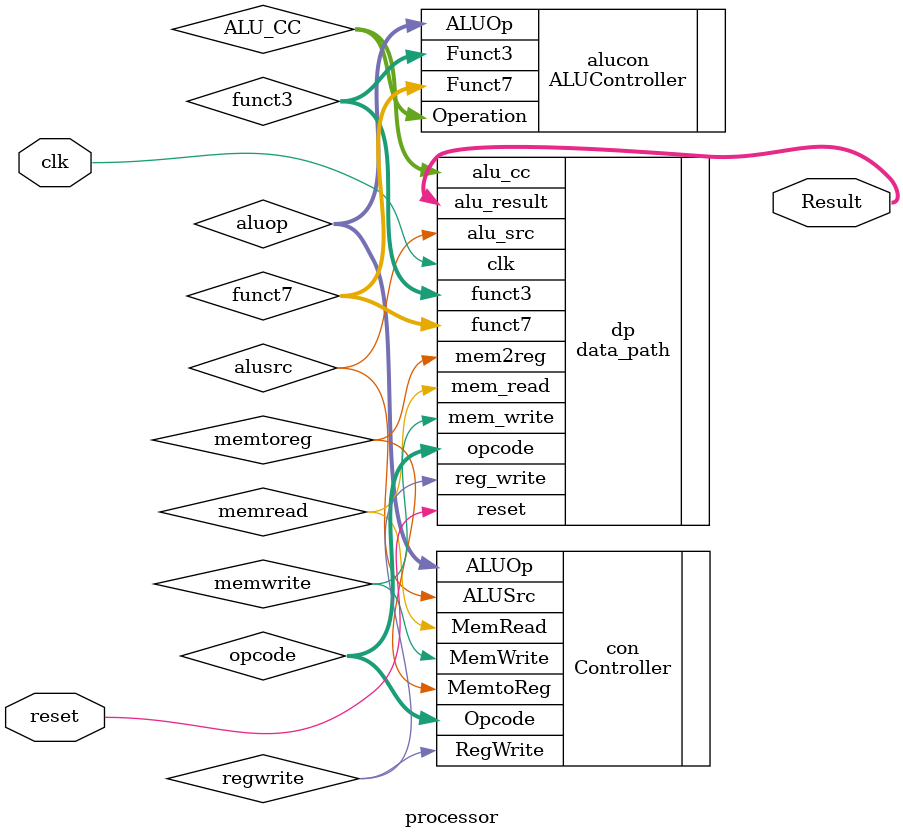
<source format=v>
`timescale 1ns / 1ps

module processor
(
input clk , reset ,
output [31:0] Result
);

wire [6:0] funct7;
wire [2:0] funct3;
wire [3:0] ALU_CC;
wire [6:0] opcode;
wire [1:0] aluop;
wire memwrite;
wire memtoreg;
wire memread;
wire alusrc;
wire regwrite;

data_path dp(.opcode(opcode), .funct3(funct3), .funct7(funct7), .alu_cc(ALU_CC), .clk(clk), .reset(reset), .alu_result(Result), .mem2reg(memtoreg), .mem_read(memread), .mem_write(memwrite), .alu_src(alusrc), .reg_write(regwrite));
Controller con(.Opcode(opcode), .ALUSrc(alusrc), .RegWrite(regwrite), .MemWrite(memwrite), .MemRead(memread), .MemtoReg(memtoreg), .ALUOp(aluop));
ALUController alucon(.ALUOp(aluop), .Funct3(funct3), .Funct7(funct7), .Operation(ALU_CC));

endmodule // processor

</source>
